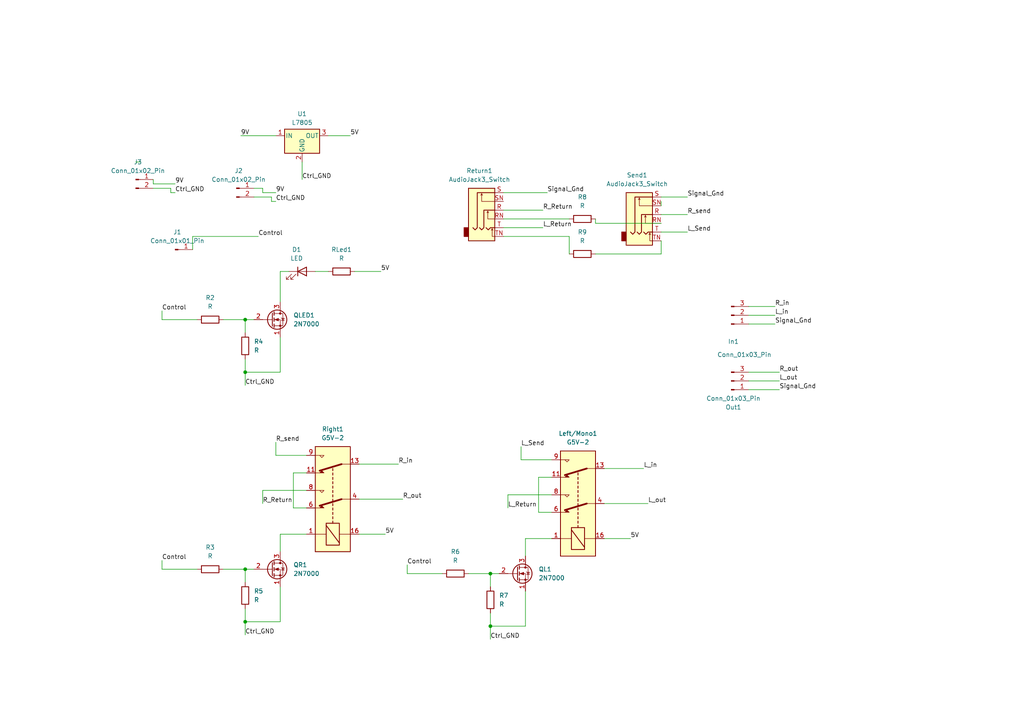
<source format=kicad_sch>
(kicad_sch (version 20230121) (generator eeschema)
  (paper "A4")
  (lib_symbols
    (symbol "Connector:Conn_01x01_Pin" (pin_names (offset 1.016) hide)
      (property "Reference" "J" (at 0 2.54 0))
      (property "Value" "Conn_01x01_Pin" (at 0 -2.54 0))
      (symbol "Conn_01x01_Pin_1_1"
        (polyline (pts (xy 1.27 0) (xy 0.8636 0)) (stroke (width 0.1524)))
        (rectangle (start 0.8636 0.127) (end 0 -0.127) (stroke (width 0.1524)) (fill (type outline)))
        (pin passive line (at 5.08 0 180) (length 3.81) (name "Pin_1") (number "1"))
      )
    )
    (symbol "Connector:Conn_01x02_Pin" (pin_names (offset 1.016) hide)
      (property "Reference" "J" (at 0 2.54 0))
      (property "Value" "Conn_01x02_Pin" (at 0 -5.08 0))
      (symbol "Conn_01x02_Pin_1_1"
        (polyline (pts (xy 1.27 -2.54) (xy 0.8636 -2.54)) (stroke (width 0.1524)))
        (polyline (pts (xy 1.27 0) (xy 0.8636 0)) (stroke (width 0.1524)))
        (rectangle (start 0.8636 -2.413) (end 0 -2.667) (stroke (width 0.1524)) (fill (type outline)))
        (rectangle (start 0.8636 0.127) (end 0 -0.127) (stroke (width 0.1524)) (fill (type outline)))
        (pin passive line (at 5.08 0 180) (length 3.81) (name "Pin_1") (number "1"))
        (pin passive line (at 5.08 -2.54 180) (length 3.81) (name "Pin_2") (number "2"))
      )
    )
    (symbol "Connector:Conn_01x03_Pin" (pin_names (offset 1.016) hide)
      (property "Reference" "J" (at 0 5.08 0))
      (property "Value" "Conn_01x03_Pin" (at 0 -5.08 0))
      (symbol "Conn_01x03_Pin_1_1"
        (polyline (pts (xy 1.27 -2.54) (xy 0.8636 -2.54)) (stroke (width 0.1524)))
        (polyline (pts (xy 1.27 0) (xy 0.8636 0)) (stroke (width 0.1524)))
        (polyline (pts (xy 1.27 2.54) (xy 0.8636 2.54)) (stroke (width 0.1524)))
        (rectangle (start 0.8636 -2.413) (end 0 -2.667) (stroke (width 0.1524)) (fill (type outline)))
        (rectangle (start 0.8636 0.127) (end 0 -0.127) (stroke (width 0.1524)) (fill (type outline)))
        (rectangle (start 0.8636 2.667) (end 0 2.413) (stroke (width 0.1524)) (fill (type outline)))
        (pin passive line (at 5.08 2.54 180) (length 3.81) (name "Pin_1") (number "1"))
        (pin passive line (at 5.08 0 180) (length 3.81) (name "Pin_2") (number "2"))
        (pin passive line (at 5.08 -2.54 180) (length 3.81) (name "Pin_3") (number "3"))
      )
    )
    (symbol "Connector_Audio:AudioJack3_Switch"
      (property "Reference" "J" (at 0 11.43 0))
      (property "Value" "AudioJack3_Switch" (at 0 8.89 0))
      (symbol "AudioJack3_Switch_0_1"
        (rectangle (start -5.08 -5.08) (end -6.35 -7.62) (stroke (width 0.254)) (fill (type outline)))
        (polyline (pts (xy -1.27 4.826) (xy -1.016 4.318)))
        (polyline (pts (xy 0.508 -0.254) (xy 0.762 -0.762)))
        (polyline (pts (xy 1.778 -5.334) (xy 2.032 -5.842)))
        (polyline (pts (xy 0 -5.08) (xy 0.635 -5.715) (xy 1.27 -5.08) (xy 2.54 -5.08)) (stroke (width 0.254)))
        (polyline (pts (xy 2.54 -7.62) (xy 1.778 -7.62) (xy 1.778 -5.334) (xy 1.524 -5.842)))
        (polyline (pts (xy 2.54 -2.54) (xy 0.508 -2.54) (xy 0.508 -0.254) (xy 0.254 -0.762)))
        (polyline (pts (xy 2.54 2.54) (xy -1.27 2.54) (xy -1.27 4.826) (xy -1.524 4.318)))
        (polyline (pts (xy -1.905 -5.08) (xy -1.27 -5.715) (xy -0.635 -5.08) (xy -0.635 0) (xy 2.54 0)) (stroke (width 0.254)))
        (polyline (pts (xy 2.54 5.08) (xy -2.54 5.08) (xy -2.54 -5.08) (xy -3.175 -5.715) (xy -3.81 -5.08)) (stroke (width 0.254)))
        (rectangle (start 2.54 6.35) (end -5.08 -8.89) (stroke (width 0.254)) (fill (type background)))
      )
      (symbol "AudioJack3_Switch_1_1"
        (pin passive line (at 5.08 0 180) (length 2.54) (name "~") (number "R"))
        (pin passive line (at 5.08 -2.54 180) (length 2.54) (name "~") (number "RN"))
        (pin passive line (at 5.08 5.08 180) (length 2.54) (name "~") (number "S"))
        (pin passive line (at 5.08 2.54 180) (length 2.54) (name "~") (number "SN"))
        (pin passive line (at 5.08 -5.08 180) (length 2.54) (name "~") (number "T"))
        (pin passive line (at 5.08 -7.62 180) (length 2.54) (name "~") (number "TN"))
      )
    )
    (symbol "Device:LED" (pin_numbers hide) (pin_names (offset 1.016) hide)
      (property "Reference" "D" (at 0 2.54 0))
      (property "Value" "LED" (at 0 -2.54 0))
      (symbol "LED_0_1"
        (polyline (pts (xy -1.27 -1.27) (xy -1.27 1.27)) (stroke (width 0.254)))
        (polyline (pts (xy -1.27 0) (xy 1.27 0)))
        (polyline (pts (xy 1.27 -1.27) (xy 1.27 1.27) (xy -1.27 0) (xy 1.27 -1.27)) (stroke (width 0.254)))
        (polyline (pts (xy -3.048 -0.762) (xy -4.572 -2.286) (xy -3.81 -2.286) (xy -4.572 -2.286) (xy -4.572 -1.524)))
        (polyline (pts (xy -1.778 -0.762) (xy -3.302 -2.286) (xy -2.54 -2.286) (xy -3.302 -2.286) (xy -3.302 -1.524)))
      )
      (symbol "LED_1_1"
        (pin passive line (at -3.81 0 0) (length 2.54) (name "K") (number "1"))
        (pin passive line (at 3.81 0 180) (length 2.54) (name "A") (number "2"))
      )
    )
    (symbol "Device:R" (pin_numbers hide) (pin_names (offset 0))
      (property "Reference" "R" (at 2.032 0 90))
      (property "Value" "R" (at 0 0 90))
      (symbol "R_0_1"
        (rectangle (start -1.016 -2.54) (end 1.016 2.54) (stroke (width 0.254)))
      )
      (symbol "R_1_1"
        (pin passive line (at 0 3.81 270) (length 1.27) (name "~") (number "1"))
        (pin passive line (at 0 -3.81 90) (length 1.27) (name "~") (number "2"))
      )
    )
    (symbol "Regulator_Linear:L7805" (pin_names (offset 0.254))
      (property "Reference" "U" (at -3.81 3.175 0))
      (property "Value" "L7805" (at 0 3.175 0))
      (symbol "L7805_0_1"
        (rectangle (start -5.08 1.905) (end 5.08 -5.08) (stroke (width 0.254)) (fill (type background)))
      )
      (symbol "L7805_1_1"
        (pin power_in line (at -7.62 0 0) (length 2.54) (name "IN") (number "1"))
        (pin power_in line (at 0 -7.62 90) (length 2.54) (name "GND") (number "2"))
        (pin power_out line (at 7.62 0 180) (length 2.54) (name "OUT") (number "3"))
      )
    )
    (symbol "Relay:G5V-2"
      (property "Reference" "K" (at 16.51 3.81 0))
      (property "Value" "G5V-2" (at 16.51 1.27 0))
      (symbol "G5V-2_0_1"
        (rectangle (start -15.24 5.08) (end 15.24 -5.08) (stroke (width 0.254)) (fill (type background)))
        (rectangle (start -13.335 1.905) (end -6.985 -1.905) (stroke (width 0.254)))
        (polyline (pts (xy -12.7 -1.905) (xy -7.62 1.905)) (stroke (width 0.254)))
        (polyline (pts (xy -10.16 -5.08) (xy -10.16 -1.905)))
        (polyline (pts (xy -10.16 5.08) (xy -10.16 1.905)))
        (polyline (pts (xy -6.985 0) (xy -6.35 0)) (stroke (width 0.254)))
        (polyline (pts (xy -5.715 0) (xy -5.08 0)) (stroke (width 0.254)))
        (polyline (pts (xy -4.445 0) (xy -3.81 0)) (stroke (width 0.254)))
        (polyline (pts (xy -3.175 0) (xy -2.54 0)) (stroke (width 0.254)))
        (polyline (pts (xy -1.905 0) (xy -1.27 0)) (stroke (width 0.254)))
        (polyline (pts (xy -0.635 0) (xy 0 0)) (stroke (width 0.254)))
        (polyline (pts (xy 0 -2.54) (xy -1.905 3.81)) (stroke (width 0.508)))
        (polyline (pts (xy 0 -2.54) (xy 0 -5.08)))
        (polyline (pts (xy 0.635 0) (xy 1.27 0)) (stroke (width 0.254)))
        (polyline (pts (xy 1.905 0) (xy 2.54 0)) (stroke (width 0.254)))
        (polyline (pts (xy 3.175 0) (xy 3.81 0)) (stroke (width 0.254)))
        (polyline (pts (xy 4.445 0) (xy 5.08 0)) (stroke (width 0.254)))
        (polyline (pts (xy 5.715 0) (xy 6.35 0)) (stroke (width 0.254)))
        (polyline (pts (xy 6.985 0) (xy 7.62 0)) (stroke (width 0.254)))
        (polyline (pts (xy 8.255 0) (xy 8.89 0)) (stroke (width 0.254)))
        (polyline (pts (xy 10.16 -2.54) (xy 8.255 3.81)) (stroke (width 0.508)))
        (polyline (pts (xy 10.16 -2.54) (xy 10.16 -5.08)))
        (polyline (pts (xy -2.54 5.08) (xy -2.54 2.54) (xy -1.905 3.175) (xy -2.54 3.81)) (fill (type outline)))
        (polyline (pts (xy 2.54 5.08) (xy 2.54 2.54) (xy 1.905 3.175) (xy 2.54 3.81)))
        (polyline (pts (xy 7.62 5.08) (xy 7.62 2.54) (xy 8.255 3.175) (xy 7.62 3.81)) (fill (type outline)))
        (polyline (pts (xy 12.7 5.08) (xy 12.7 2.54) (xy 12.065 3.175) (xy 12.7 3.81)))
      )
      (symbol "G5V-2_1_1"
        (pin passive line (at -10.16 7.62 270) (length 2.54) (name "~") (number "1"))
        (pin passive line (at 7.62 7.62 270) (length 2.54) (name "~") (number "11"))
        (pin passive line (at 10.16 -7.62 90) (length 2.54) (name "~") (number "13"))
        (pin passive line (at -10.16 -7.62 90) (length 2.54) (name "~") (number "16"))
        (pin passive line (at 0 -7.62 90) (length 2.54) (name "~") (number "4"))
        (pin passive line (at -2.54 7.62 270) (length 2.54) (name "~") (number "6"))
        (pin passive line (at 2.54 7.62 270) (length 2.54) (name "~") (number "8"))
        (pin passive line (at 12.7 7.62 270) (length 2.54) (name "~") (number "9"))
      )
    )
    (symbol "Transistor_FET:2N7000" (pin_names hide)
      (property "Reference" "Q" (at 5.08 1.905 0))
      (property "Value" "2N7000" (at 5.08 0 0))
      (symbol "2N7000_0_1"
        (polyline (pts (xy 0.254 0) (xy -2.54 0)))
        (polyline (pts (xy 0.254 1.905) (xy 0.254 -1.905)) (stroke (width 0.254)))
        (polyline (pts (xy 0.762 -1.27) (xy 0.762 -2.286)) (stroke (width 0.254)))
        (polyline (pts (xy 0.762 0.508) (xy 0.762 -0.508)) (stroke (width 0.254)))
        (polyline (pts (xy 0.762 2.286) (xy 0.762 1.27)) (stroke (width 0.254)))
        (polyline (pts (xy 2.54 2.54) (xy 2.54 1.778)))
        (polyline (pts (xy 2.54 -2.54) (xy 2.54 0) (xy 0.762 0)))
        (polyline (pts (xy 0.762 -1.778) (xy 3.302 -1.778) (xy 3.302 1.778) (xy 0.762 1.778)))
        (polyline (pts (xy 1.016 0) (xy 2.032 0.381) (xy 2.032 -0.381) (xy 1.016 0)) (fill (type outline)))
        (polyline (pts (xy 2.794 0.508) (xy 2.921 0.381) (xy 3.683 0.381) (xy 3.81 0.254)))
        (polyline (pts (xy 3.302 0.381) (xy 2.921 -0.254) (xy 3.683 -0.254) (xy 3.302 0.381)))
        (circle (center 1.651 0) (radius 2.794) (stroke (width 0.254)))
        (circle (center 2.54 -1.778) (radius 0.254) (fill (type outline)))
        (circle (center 2.54 1.778) (radius 0.254) (fill (type outline)))
      )
      (symbol "2N7000_1_1"
        (pin passive line (at 2.54 -5.08 90) (length 2.54) (name "S") (number "1"))
        (pin input line (at -5.08 0 0) (length 2.54) (name "G") (number "2"))
        (pin passive line (at 2.54 5.08 270) (length 2.54) (name "D") (number "3"))
      )
    )
  )
  (junction (at 71.12 165.1))
  (junction (at 142.24 166.37))
  (junction (at 142.24 181.61))
  (junction (at 71.12 92.71))
  (junction (at 71.12 180.34))
  (junction (at 71.12 107.95))
  (wire (pts (xy 46.99 92.71) (xy 57.15 92.71)))
  (wire (pts (xy 142.24 166.37) (xy 142.24 170.18)))
  (wire (pts (xy 118.11 166.37) (xy 128.27 166.37)))
  (wire (pts (xy 217.17 107.95) (xy 226.06 107.95)))
  (wire (pts (xy 156.21 138.43) (xy 160.02 138.43)))
  (wire (pts (xy 118.11 163.83) (xy 118.11 166.37)))
  (wire (pts (xy 83.82 78.74) (xy 81.28 78.74)))
  (wire (pts (xy 81.28 107.95) (xy 71.12 107.95)))
  (wire (pts (xy 217.17 93.98) (xy 224.79 93.98)))
  (wire (pts (xy 71.12 92.71) (xy 73.66 92.71)))
  (wire (pts (xy 46.99 165.1) (xy 57.15 165.1)))
  (wire (pts (xy 78.74 58.42) (xy 80.01 58.42)))
  (wire (pts (xy 146.05 55.88) (xy 158.75 55.88)))
  (wire (pts (xy 104.14 154.94) (xy 111.76 154.94)))
  (wire (pts (xy 81.28 97.79) (xy 81.28 107.95)))
  (wire (pts (xy 147.32 147.32) (xy 147.32 143.51)))
  (wire (pts (xy 50.8 53.34) (xy 44.45 53.34)))
  (wire (pts (xy 81.28 78.74) (xy 81.28 87.63)))
  (wire (pts (xy 165.1 68.58) (xy 165.1 73.66)))
  (wire (pts (xy 142.24 181.61) (xy 142.24 185.42)))
  (wire (pts (xy 146.05 60.96) (xy 157.48 60.96)))
  (wire (pts (xy 191.77 73.66) (xy 191.77 69.85)))
  (wire (pts (xy 46.99 90.17) (xy 46.99 92.71)))
  (wire (pts (xy 146.05 63.5) (xy 165.1 63.5)))
  (wire (pts (xy 76.2 146.05) (xy 76.2 142.24)))
  (wire (pts (xy 152.4 161.29) (xy 152.4 156.21)))
  (wire (pts (xy 88.9 147.32) (xy 85.09 147.32)))
  (wire (pts (xy 64.77 165.1) (xy 71.12 165.1)))
  (wire (pts (xy 175.26 146.05) (xy 187.96 146.05)))
  (wire (pts (xy 64.77 92.71) (xy 71.12 92.71)))
  (wire (pts (xy 71.12 176.53) (xy 71.12 180.34)))
  (wire (pts (xy 80.01 132.08) (xy 80.01 128.27)))
  (wire (pts (xy 78.74 57.15) (xy 78.74 58.42)))
  (wire (pts (xy 76.2 142.24) (xy 88.9 142.24)))
  (wire (pts (xy 104.14 144.78) (xy 116.84 144.78)))
  (wire (pts (xy 95.25 39.37) (xy 101.6 39.37)))
  (wire (pts (xy 76.2 54.61) (xy 73.66 54.61)))
  (wire (pts (xy 175.26 156.21) (xy 182.88 156.21)))
  (wire (pts (xy 71.12 104.14) (xy 71.12 107.95)))
  (wire (pts (xy 81.28 170.18) (xy 81.28 180.34)))
  (wire (pts (xy 104.14 134.62) (xy 115.57 134.62)))
  (wire (pts (xy 44.45 54.61) (xy 49.53 54.61)))
  (wire (pts (xy 172.72 64.77) (xy 191.77 64.77)))
  (wire (pts (xy 91.44 78.74) (xy 95.25 78.74)))
  (wire (pts (xy 217.17 113.03) (xy 226.06 113.03)))
  (wire (pts (xy 135.89 166.37) (xy 142.24 166.37)))
  (wire (pts (xy 102.87 78.74) (xy 110.49 78.74)))
  (wire (pts (xy 71.12 165.1) (xy 71.12 168.91)))
  (wire (pts (xy 73.66 57.15) (xy 78.74 57.15)))
  (wire (pts (xy 191.77 57.15) (xy 199.39 57.15)))
  (wire (pts (xy 80.01 55.88) (xy 76.2 55.88)))
  (wire (pts (xy 156.21 148.59) (xy 156.21 138.43)))
  (wire (pts (xy 81.28 180.34) (xy 71.12 180.34)))
  (wire (pts (xy 142.24 166.37) (xy 144.78 166.37)))
  (wire (pts (xy 191.77 58.42) (xy 191.77 59.69)))
  (wire (pts (xy 46.99 162.56) (xy 46.99 165.1)))
  (wire (pts (xy 172.72 73.66) (xy 191.77 73.66)))
  (wire (pts (xy 81.28 154.94) (xy 88.9 154.94)))
  (wire (pts (xy 152.4 181.61) (xy 142.24 181.61)))
  (wire (pts (xy 217.17 91.44) (xy 224.79 91.44)))
  (wire (pts (xy 87.63 46.99) (xy 87.63 52.07)))
  (wire (pts (xy 85.09 147.32) (xy 85.09 137.16)))
  (wire (pts (xy 49.53 55.88) (xy 50.8 55.88)))
  (wire (pts (xy 39.37 46.99) (xy 40.64 46.99)))
  (wire (pts (xy 71.12 165.1) (xy 73.66 165.1)))
  (wire (pts (xy 71.12 92.71) (xy 71.12 96.52)))
  (wire (pts (xy 44.45 53.34) (xy 44.45 52.07)))
  (wire (pts (xy 49.53 54.61) (xy 49.53 55.88)))
  (wire (pts (xy 191.77 62.23) (xy 199.39 62.23)))
  (wire (pts (xy 172.72 63.5) (xy 172.72 64.77)))
  (wire (pts (xy 152.4 156.21) (xy 160.02 156.21)))
  (wire (pts (xy 74.93 68.58) (xy 55.88 68.58)))
  (wire (pts (xy 217.17 88.9) (xy 224.79 88.9)))
  (wire (pts (xy 160.02 133.35) (xy 151.13 133.35)))
  (wire (pts (xy 160.02 148.59) (xy 156.21 148.59)))
  (wire (pts (xy 142.24 177.8) (xy 142.24 181.61)))
  (wire (pts (xy 152.4 171.45) (xy 152.4 181.61)))
  (wire (pts (xy 81.28 160.02) (xy 81.28 154.94)))
  (wire (pts (xy 71.12 180.34) (xy 71.12 184.15)))
  (wire (pts (xy 69.85 39.37) (xy 80.01 39.37)))
  (wire (pts (xy 146.05 68.58) (xy 165.1 68.58)))
  (wire (pts (xy 217.17 110.49) (xy 226.06 110.49)))
  (wire (pts (xy 55.88 68.58) (xy 55.88 72.39)))
  (wire (pts (xy 151.13 133.35) (xy 151.13 129.54)))
  (wire (pts (xy 88.9 132.08) (xy 80.01 132.08)))
  (wire (pts (xy 76.2 55.88) (xy 76.2 54.61)))
  (wire (pts (xy 85.09 137.16) (xy 88.9 137.16)))
  (wire (pts (xy 146.05 66.04) (xy 157.48 66.04)))
  (wire (pts (xy 71.12 107.95) (xy 71.12 111.76)))
  (wire (pts (xy 175.26 135.89) (xy 186.69 135.89)))
  (wire (pts (xy 191.77 67.31) (xy 199.39 67.31)))
  (wire (pts (xy 147.32 143.51) (xy 160.02 143.51)))
  (label "5V" (at 182.88 156.21 0))
  (label "5V" (at 101.6 39.37 0))
  (label "L_Return" (at 147.32 147.32 0))
  (label "R_Return" (at 76.2 146.05 0))
  (label "9V" (at 50.8 53.34 0))
  (label "L_out" (at 226.06 110.49 0))
  (label "R_send" (at 199.39 62.23 0))
  (label "R_out" (at 226.06 107.95 0))
  (label "Control" (at 74.93 68.58 0))
  (label "L_out" (at 187.96 146.05 0))
  (label "5V" (at 110.49 78.74 0))
  (label "Control" (at 46.99 90.17 0))
  (label "Signal_Gnd" (at 199.39 57.15 0))
  (label "Ctrl_GND" (at 87.63 52.07 0))
  (label "Ctrl_GND" (at 71.12 184.15 0))
  (label "Ctrl_GND" (at 142.24 185.42 0))
  (label "9V" (at 69.85 39.37 0))
  (label "5V" (at 111.76 154.94 0))
  (label "R_send" (at 80.01 128.27 0))
  (label "L_Return" (at 157.48 66.04 0))
  (label "L_in" (at 186.69 135.89 0))
  (label "R_in" (at 115.57 134.62 0))
  (label "Ctrl_GND" (at 50.8 55.88 0))
  (label "L_in" (at 224.79 91.44 0))
  (label "Control" (at 46.99 162.56 0))
  (label "Control" (at 118.11 163.83 0))
  (label "Signal_Gnd" (at 224.79 93.98 0))
  (label "Ctrl_GND" (at 80.01 58.42 0))
  (label "L_Send" (at 199.39 67.31 0))
  (label "R_out" (at 116.84 144.78 0))
  (label "Signal_Gnd" (at 226.06 113.03 0))
  (label "Signal_Gnd" (at 158.75 55.88 0))
  (label "R_in" (at 224.79 88.9 0))
  (label "L_Send" (at 151.13 129.54 0))
  (label "9V" (at 80.01 55.88 0))
  (label "R_Return" (at 157.48 60.96 0))
  (label "Ctrl_GND" (at 71.12 111.76 0))
  (symbol (lib_id "Connector:Conn_01x01_Pin") (at 50.8 72.39 0) (unit 1)
    (property "Reference" "J1" (at 51.435 67.31 0))
    (property "Value" "Conn_01x01_Pin" (at 51.435 69.85 0))
    (property "Footprint" "Connector_PinHeader_2.54mm:PinHeader_1x01_P2.54mm_Vertical" (effects hide))
  )
  (symbol (lib_id "Device:LED") (at 87.63 78.74 0) (unit 1)
    (property "Reference" "D1" (at 86.0425 72.39 0))
    (property "Value" "LED" (at 86.0425 74.93 0))
    (property "Footprint" "LED_THT:LED_D5.0mm" (effects hide))
  )
  (symbol (lib_id "Device:R") (at 71.12 172.72 0) (unit 1)
    (property "Reference" "R5" (at 73.66 171.45 0) (effects (justify left)))
    (property "Value" "R" (at 73.66 173.99 0) (effects (justify left)))
    (property "Footprint" "Resistor_THT:R_Axial_DIN0207_L6.3mm_D2.5mm_P10.16mm_Horizontal" (effects hide))
  )
  (symbol (lib_id "Device:R") (at 60.96 165.1 90) (unit 1)
    (property "Reference" "R3" (at 60.96 158.75 90))
    (property "Value" "R" (at 60.96 161.29 90))
    (property "Footprint" "Resistor_THT:R_Axial_DIN0207_L6.3mm_D2.5mm_P10.16mm_Horizontal" (effects hide))
  )
  (symbol (lib_id "Relay:G5V-2") (at 96.52 144.78 90) (unit 1)
    (property "Reference" "Right1" (at 96.52 124.46 90))
    (property "Value" "G5V-2" (at 96.52 127 90))
    (property "Footprint" "Relay_THT:Relay_DPDT_Omron_G5V-2" (effects hide))
    (property "Datasheet" "http://omronfs.omron.com/en_US/ecb/products/pdf/en-g5v_2.pdf" (effects hide))
  )
  (symbol (lib_id "Device:R") (at 71.12 100.33 0) (unit 1)
    (property "Reference" "R4" (at 73.66 99.06 0) (effects (justify left)))
    (property "Value" "R" (at 73.66 101.6 0) (effects (justify left)))
    (property "Footprint" "Resistor_THT:R_Axial_DIN0207_L6.3mm_D2.5mm_P10.16mm_Horizontal" (effects hide))
  )
  (symbol (lib_id "Device:R") (at 132.08 166.37 90) (unit 1)
    (property "Reference" "R6" (at 132.08 160.02 90))
    (property "Value" "R" (at 132.08 162.56 90))
    (property "Footprint" "Resistor_THT:R_Axial_DIN0207_L6.3mm_D2.5mm_P10.16mm_Horizontal" (effects hide))
  )
  (symbol (lib_id "Connector:Conn_01x02_Pin") (at 39.37 52.07 0) (unit 1)
    (property "Reference" "J3" (at 40.005 46.99 0))
    (property "Value" "Conn_01x02_Pin" (at 40.005 49.53 0))
    (property "Footprint" "Connector_PinHeader_2.54mm:PinHeader_2x01_P2.54mm_Vertical" (effects hide))
  )
  (symbol (lib_id "Device:R") (at 168.91 63.5 90) (unit 1)
    (property "Reference" "R8" (at 168.91 57.15 90))
    (property "Value" "R" (at 168.91 59.69 90))
    (property "Footprint" "Resistor_SMD:R_0201_0603Metric" (effects hide))
  )
  (symbol (lib_id "Connector:Conn_01x03_Pin") (at 212.09 91.44 0) (mirror x) (unit 1)
    (property "Reference" "In1" (at 212.725 99.06 0))
    (property "Value" "Conn_01x03_Pin" (at 215.9 102.87 0))
    (property "Footprint" "Connector_PinHeader_2.54mm:PinHeader_1x03_P2.54mm_Vertical" (effects hide))
  )
  (symbol (lib_id "Device:R") (at 60.96 92.71 90) (unit 1)
    (property "Reference" "R2" (at 60.96 86.36 90))
    (property "Value" "R" (at 60.96 88.9 90))
    (property "Footprint" "Resistor_THT:R_Axial_DIN0207_L6.3mm_D2.5mm_P10.16mm_Horizontal" (effects hide))
  )
  (symbol (lib_id "Device:R") (at 142.24 173.99 0) (unit 1)
    (property "Reference" "R7" (at 144.78 172.72 0) (effects (justify left)))
    (property "Value" "R" (at 144.78 175.26 0) (effects (justify left)))
    (property "Footprint" "Resistor_THT:R_Axial_DIN0207_L6.3mm_D2.5mm_P10.16mm_Horizontal" (effects hide))
  )
  (symbol (lib_id "Transistor_FET:2N7000") (at 78.74 165.1 0) (unit 1)
    (property "Reference" "QR1" (at 85.09 163.83 0) (effects (justify left)))
    (property "Value" "2N7000" (at 85.09 166.37 0) (effects (justify left)))
    (property "Footprint" "Package_TO_SOT_THT:TO-92_Inline" (effects hide))
    (property "Datasheet" "https://www.vishay.com/docs/70226/70226.pdf" (effects hide))
  )
  (symbol (lib_id "Device:R") (at 168.91 73.66 90) (unit 1)
    (property "Reference" "R9" (at 168.91 67.31 90))
    (property "Value" "R" (at 168.91 69.85 90))
    (property "Footprint" "Resistor_SMD:R_0201_0603Metric" (effects hide))
  )
  (symbol (lib_id "Transistor_FET:2N7000") (at 149.86 166.37 0) (unit 1)
    (property "Reference" "QL1" (at 156.21 165.1 0) (effects (justify left)))
    (property "Value" "2N7000" (at 156.21 167.64 0) (effects (justify left)))
    (property "Footprint" "Package_TO_SOT_THT:TO-92_Inline" (effects hide))
    (property "Datasheet" "https://www.vishay.com/docs/70226/70226.pdf" (effects hide))
  )
  (symbol (lib_id "Connector_Audio:AudioJack3_Switch") (at 186.69 62.23 0) (unit 1)
    (property "Reference" "Send1" (at 184.785 50.8 0))
    (property "Value" "AudioJack3_Switch" (at 184.785 53.34 0))
    (property "Footprint" "Connector_Audio:Jack_6.35mm_Neutrik_NMJ6HFD3_Horizontal" (effects hide))
  )
  (symbol (lib_id "Relay:G5V-2") (at 167.64 146.05 90) (unit 1)
    (property "Reference" "Left/Mono1" (at 167.64 125.73 90))
    (property "Value" "G5V-2" (at 167.64 128.27 90))
    (property "Footprint" "Relay_THT:Relay_DPDT_Omron_G5V-2" (effects hide))
    (property "Datasheet" "http://omronfs.omron.com/en_US/ecb/products/pdf/en-g5v_2.pdf" (effects hide))
  )
  (symbol (lib_id "Transistor_FET:2N7000") (at 78.74 92.71 0) (unit 1)
    (property "Reference" "QLED1" (at 85.09 91.44 0) (effects (justify left)))
    (property "Value" "2N7000" (at 85.09 93.98 0) (effects (justify left)))
    (property "Footprint" "Package_TO_SOT_THT:TO-92_Inline" (effects hide))
    (property "Datasheet" "https://www.vishay.com/docs/70226/70226.pdf" (effects hide))
  )
  (symbol (lib_id "Regulator_Linear:L7805") (at 87.63 39.37 0) (unit 1)
    (property "Reference" "U1" (at 87.63 33.02 0))
    (property "Value" "L7805" (at 87.63 35.56 0))
    (property "Footprint" "Package_TO_SOT_THT:TO-220-3_Vertical" (effects hide))
    (property "Datasheet" "http://www.st.com/content/ccc/resource/technical/document/datasheet/41/4f/b3/b0/12/d4/47/88/CD00000444.pdf/files/CD00000444.pdf/jcr:content/translations/en.CD00000444.pdf" (effects hide))
  )
  (symbol (lib_id "Connector_Audio:AudioJack3_Switch") (at 140.97 60.96 0) (unit 1)
    (property "Reference" "Return1" (at 139.065 49.53 0))
    (property "Value" "AudioJack3_Switch" (at 139.065 52.07 0))
    (property "Footprint" "Connector_Audio:Jack_6.35mm_Neutrik_NMJ6HFD3_Horizontal" (effects hide))
  )
  (symbol (lib_id "Device:R") (at 99.06 78.74 270) (unit 1)
    (property "Reference" "RLed1" (at 99.06 72.39 90))
    (property "Value" "R" (at 99.06 74.93 90))
    (property "Footprint" "Resistor_THT:R_Axial_DIN0207_L6.3mm_D2.5mm_P10.16mm_Horizontal" (effects hide))
  )
  (symbol (lib_id "Connector:Conn_01x03_Pin") (at 212.09 110.49 0) (mirror x) (unit 1)
    (property "Reference" "Out1" (at 212.725 118.11 0))
    (property "Value" "Conn_01x03_Pin" (at 212.725 115.57 0))
    (property "Footprint" "Connector_PinHeader_2.54mm:PinHeader_1x03_P2.54mm_Vertical" (effects hide))
  )
  (symbol (lib_id "Connector:Conn_01x02_Pin") (at 68.58 54.61 0) (unit 1)
    (property "Reference" "J2" (at 69.215 49.53 0))
    (property "Value" "Conn_01x02_Pin" (at 69.215 52.07 0))
    (property "Footprint" "Connector_PinHeader_2.54mm:PinHeader_2x01_P2.54mm_Vertical" (effects hide))
  )
)
</source>
